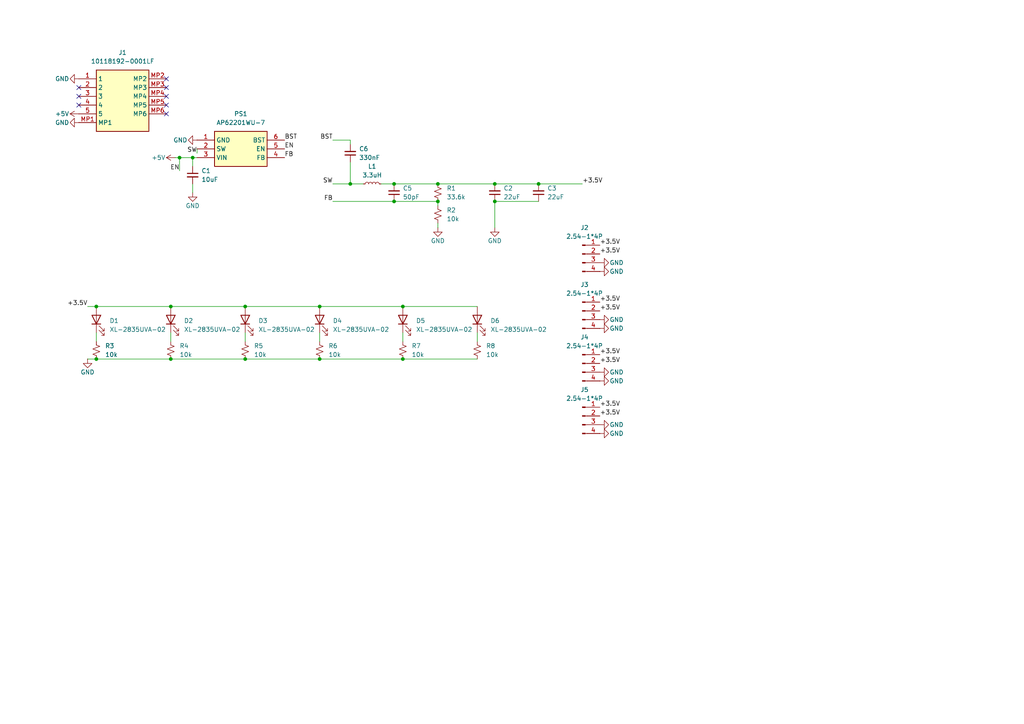
<source format=kicad_sch>
(kicad_sch (version 20231120) (generator "eeschema") (generator_version "8.0")
  (paper "A4")
  (title_block (title "uvcurelight Mainboard") (rev "0"))
  (lib_symbols
    (symbol "Connector:Conn_01x04_Pin" (pin_names (offset 1.016) hide)
      (property "Reference" "J" (at 0 5.08 0))
      (property "Value" "Conn_01x04_Pin" (at 0 -7.62 0))
      (symbol "Conn_01x04_Pin_1_1"
        (polyline (pts (xy 1.27 -5.08) (xy 0.8636 -5.08)) (stroke (width 0.1524)))
        (polyline (pts (xy 1.27 -2.54) (xy 0.8636 -2.54)) (stroke (width 0.1524)))
        (polyline (pts (xy 1.27 0) (xy 0.8636 0)) (stroke (width 0.1524)))
        (polyline (pts (xy 1.27 2.54) (xy 0.8636 2.54)) (stroke (width 0.1524)))
        (rectangle (start 0.8636 -4.953) (end 0 -5.207) (stroke (width 0.1524)) (fill (type outline)))
        (rectangle (start 0.8636 -2.413) (end 0 -2.667) (stroke (width 0.1524)) (fill (type outline)))
        (rectangle (start 0.8636 0.127) (end 0 -0.127) (stroke (width 0.1524)) (fill (type outline)))
        (rectangle (start 0.8636 2.667) (end 0 2.413) (stroke (width 0.1524)) (fill (type outline)))
        (pin passive line (at 5.08 2.54 180) (length 3.81) (name "Pin_1") (number "1"))
        (pin passive line (at 5.08 0 180) (length 3.81) (name "Pin_2") (number "2"))
        (pin passive line (at 5.08 -2.54 180) (length 3.81) (name "Pin_3") (number "3"))
        (pin passive line (at 5.08 -5.08 180) (length 3.81) (name "Pin_4") (number "4"))
      )
    )
    (symbol "Device:C_Small" (pin_numbers hide) (pin_names (offset 0.254) hide)
      (property "Reference" "C" (at 0.254 1.778 0))
      (property "Value" "C_Small" (at 0.254 -2.032 0))
      (symbol "C_Small_0_1"
        (polyline (pts (xy -1.524 -0.508) (xy 1.524 -0.508)) (stroke (width 0.3302)))
        (polyline (pts (xy -1.524 0.508) (xy 1.524 0.508)) (stroke (width 0.3048)))
      )
      (symbol "C_Small_1_1"
        (pin passive line (at 0 2.54 270) (length 2.032) (name "~") (number "1"))
        (pin passive line (at 0 -2.54 90) (length 2.032) (name "~") (number "2"))
      )
    )
    (symbol "Device:LED" (pin_numbers hide) (pin_names (offset 1.016) hide)
      (property "Reference" "D" (at 0 2.54 0))
      (property "Value" "LED" (at 0 -2.54 0))
      (symbol "LED_0_1"
        (polyline (pts (xy -1.27 -1.27) (xy -1.27 1.27)) (stroke (width 0.254)))
        (polyline (pts (xy -1.27 0) (xy 1.27 0)))
        (polyline (pts (xy 1.27 -1.27) (xy 1.27 1.27) (xy -1.27 0) (xy 1.27 -1.27)) (stroke (width 0.254)))
        (polyline (pts (xy -3.048 -0.762) (xy -4.572 -2.286) (xy -3.81 -2.286) (xy -4.572 -2.286) (xy -4.572 -1.524)))
        (polyline (pts (xy -1.778 -0.762) (xy -3.302 -2.286) (xy -2.54 -2.286) (xy -3.302 -2.286) (xy -3.302 -1.524)))
      )
      (symbol "LED_1_1"
        (pin passive line (at -3.81 0 0) (length 2.54) (name "K") (number "1"))
        (pin passive line (at 3.81 0 180) (length 2.54) (name "A") (number "2"))
      )
    )
    (symbol "Device:L_Small" (pin_numbers hide) (pin_names (offset 0.254) hide)
      (property "Reference" "L" (at 0.762 1.016 0))
      (property "Value" "L_Small" (at 0.762 -1.016 0))
      (symbol "L_Small_0_1"
        (arc (start 0 -2.032) (mid 0.5058 -1.524) (end 0 -1.016))
        (arc (start 0 -1.016) (mid 0.5058 -0.508) (end 0 0))
        (arc (start 0 0) (mid 0.5058 0.508) (end 0 1.016))
        (arc (start 0 1.016) (mid 0.5058 1.524) (end 0 2.032))
      )
      (symbol "L_Small_1_1"
        (pin passive line (at 0 2.54 270) (length 0.508) (name "~") (number "1"))
        (pin passive line (at 0 -2.54 90) (length 0.508) (name "~") (number "2"))
      )
    )
    (symbol "Device:R_Small_US" (pin_numbers hide) (pin_names (offset 0.254) hide)
      (property "Reference" "R" (at 0.762 0.508 0))
      (property "Value" "R_Small_US" (at 0.762 -1.016 0))
      (symbol "R_Small_US_1_1"
        (polyline (pts (xy 0 0) (xy 1.016 -0.381) (xy 0 -0.762) (xy -1.016 -1.143) (xy 0 -1.524)))
        (polyline (pts (xy 0 1.524) (xy 1.016 1.143) (xy 0 0.762) (xy -1.016 0.381) (xy 0 0)))
        (pin passive line (at 0 2.54 270) (length 1.016) (name "~") (number "1"))
        (pin passive line (at 0 -2.54 90) (length 1.016) (name "~") (number "2"))
      )
    )
    (symbol "lib:10118192-0001LF"
      (property "Reference" "J" (at 12.954 7.366 0))
      (property "Value" "10118192-0001LF" (at 12.954 4.826 0))
      (symbol "10118192-0001LF_1_1"
        (rectangle (start 5.08 2.54) (end 20.32 -15.24) (stroke (width 0.254)) (fill (type background)))
        (pin passive line (at 0 0 0) (length 5.08) (name "1") (number "1"))
        (pin passive line (at 0 -2.54 0) (length 5.08) (name "2") (number "2"))
        (pin passive line (at 0 -5.08 0) (length 5.08) (name "3") (number "3"))
        (pin passive line (at 0 -7.62 0) (length 5.08) (name "4") (number "4"))
        (pin passive line (at 0 -10.16 0) (length 5.08) (name "5") (number "5"))
        (pin passive line (at 0 -12.7 0) (length 5.08) (name "MP1") (number "MP1"))
        (pin passive line (at 25.4 0 180) (length 5.08) (name "MP2") (number "MP2"))
        (pin passive line (at 25.4 -2.54 180) (length 5.08) (name "MP3") (number "MP3"))
        (pin passive line (at 25.4 -5.08 180) (length 5.08) (name "MP4") (number "MP4"))
        (pin passive line (at 25.4 -7.62 180) (length 5.08) (name "MP5") (number "MP5"))
        (pin passive line (at 25.4 -10.16 180) (length 5.08) (name "MP6") (number "MP6"))
      )
    )
    (symbol "lib:AP62201WU-7"
      (property "Reference" "PS" (at 12.7 6.858 0))
      (property "Value" "AP62201WU-7" (at 12.954 4.572 0))
      (symbol "AP62201WU-7_1_1"
        (rectangle (start 5.08 2.54) (end 20.32 -7.62) (stroke (width 0.254)) (fill (type background)))
        (pin passive line (at 0 0 0) (length 5.08) (name "GND") (number "1"))
        (pin passive line (at 0 -2.54 0) (length 5.08) (name "SW") (number "2"))
        (pin passive line (at 0 -5.08 0) (length 5.08) (name "VIN") (number "3"))
        (pin passive line (at 25.4 -5.08 180) (length 5.08) (name "FB") (number "4"))
        (pin passive line (at 25.4 -2.54 180) (length 5.08) (name "EN") (number "5"))
        (pin passive line (at 25.4 0 180) (length 5.08) (name "BST") (number "6"))
      )
    )
    (symbol "power:+5V" (power) (pin_numbers hide) (pin_names (offset 0) hide)
      (property "Value" "+5V" (at 0 3.556 0))
      (symbol "+5V_0_1"
        (polyline (pts (xy -0.762 1.27) (xy 0 2.54)))
        (polyline (pts (xy 0 0) (xy 0 2.54)))
        (polyline (pts (xy 0 2.54) (xy 0.762 1.27)))
      )
      (symbol "+5V_1_1"
        (pin power_in line (at 0 0 90) (length 0) (name "~") (number "1"))
      )
    )
    (symbol "power:GND" (power) (pin_numbers hide) (pin_names (offset 0) hide)
      (property "Value" "GND" (at 0 -3.81 0))
      (symbol "GND_0_1"
        (polyline (pts (xy 0 0) (xy 0 -1.27) (xy 1.27 -1.27) (xy 0 -2.54) (xy -1.27 -1.27) (xy 0 -1.27)))
      )
      (symbol "GND_1_1"
        (pin power_in line (at 0 0 270) (length 0) (name "~") (number "1"))
      )
    )
  )
  (junction (at 114.3 58.42))
  (junction (at 127 58.42))
  (junction (at 71.12 104.14))
  (junction (at 27.94 104.14))
  (junction (at 49.53 88.9))
  (junction (at 92.71 88.9))
  (junction (at 143.51 53.34))
  (junction (at 92.71 104.14))
  (junction (at 156.21 53.34))
  (junction (at 27.94 88.9))
  (junction (at 114.3 53.34))
  (junction (at 52.07 45.72))
  (junction (at 116.84 88.9))
  (junction (at 71.12 88.9))
  (junction (at 116.84 104.14))
  (junction (at 127 53.34))
  (junction (at 55.88 45.72))
  (junction (at 101.6 53.34))
  (junction (at 143.51 58.42))
  (junction (at 49.53 104.14))
  (no_connect (at 48.26 25.4))
  (no_connect (at 22.86 25.4))
  (no_connect (at 48.26 22.86))
  (no_connect (at 48.26 27.94))
  (no_connect (at 48.26 30.48))
  (no_connect (at 48.26 33.02))
  (no_connect (at 22.86 27.94))
  (no_connect (at 22.86 30.48))
  (wire (pts (xy 71.12 88.9) (xy 92.71 88.9)))
  (wire (pts (xy 116.84 96.52) (xy 116.84 99.06)))
  (wire (pts (xy 143.51 66.04) (xy 143.51 58.42)))
  (wire (pts (xy 92.71 104.14) (xy 116.84 104.14)))
  (wire (pts (xy 52.07 45.72) (xy 52.07 49.53)))
  (wire (pts (xy 49.53 88.9) (xy 71.12 88.9)))
  (wire (pts (xy 143.51 53.34) (xy 156.21 53.34)))
  (wire (pts (xy 114.3 53.34) (xy 127 53.34)))
  (wire (pts (xy 127 66.04) (xy 127 64.77)))
  (wire (pts (xy 127 53.34) (xy 143.51 53.34)))
  (wire (pts (xy 96.52 53.34) (xy 101.6 53.34)))
  (wire (pts (xy 55.88 53.34) (xy 55.88 55.88)))
  (wire (pts (xy 96.52 40.64) (xy 101.6 40.64)))
  (wire (pts (xy 27.94 104.14) (xy 49.53 104.14)))
  (wire (pts (xy 116.84 104.14) (xy 138.43 104.14)))
  (wire (pts (xy 52.07 45.72) (xy 55.88 45.72)))
  (wire (pts (xy 92.71 96.52) (xy 92.71 99.06)))
  (wire (pts (xy 110.49 53.34) (xy 114.3 53.34)))
  (wire (pts (xy 49.53 104.14) (xy 71.12 104.14)))
  (wire (pts (xy 143.51 58.42) (xy 156.21 58.42)))
  (wire (pts (xy 114.3 58.42) (xy 127 58.42)))
  (wire (pts (xy 138.43 96.52) (xy 138.43 99.06)))
  (wire (pts (xy 25.4 104.14) (xy 27.94 104.14)))
  (wire (pts (xy 96.52 58.42) (xy 114.3 58.42)))
  (wire (pts (xy 156.21 53.34) (xy 168.91 53.34)))
  (wire (pts (xy 27.94 96.52) (xy 27.94 99.06)))
  (wire (pts (xy 49.53 96.52) (xy 49.53 99.06)))
  (wire (pts (xy 25.4 88.9) (xy 27.94 88.9)))
  (wire (pts (xy 55.88 45.72) (xy 55.88 48.26)))
  (wire (pts (xy 55.88 45.72) (xy 57.15 45.72)))
  (wire (pts (xy 57.15 44.45) (xy 57.15 43.18)))
  (wire (pts (xy 127 58.42) (xy 127 59.69)))
  (wire (pts (xy 101.6 53.34) (xy 105.41 53.34)))
  (wire (pts (xy 71.12 104.14) (xy 92.71 104.14)))
  (wire (pts (xy 71.12 96.52) (xy 71.12 99.06)))
  (wire (pts (xy 116.84 88.9) (xy 138.43 88.9)))
  (wire (pts (xy 50.8 45.72) (xy 52.07 45.72)))
  (wire (pts (xy 101.6 46.99) (xy 101.6 53.34)))
  (wire (pts (xy 27.94 88.9) (xy 49.53 88.9)))
  (wire (pts (xy 92.71 88.9) (xy 116.84 88.9)))
  (wire (pts (xy 101.6 40.64) (xy 101.6 41.91)))
  (label "+3.5V" (at 25.4 88.9 180))
  (label "EN" (at 52.07 49.53 180))
  (label "+3.5V" (at 173.99 105.41 0))
  (label "+3.5V" (at 173.99 90.17 0))
  (label "+3.5V" (at 173.99 102.87 0))
  (label "+3.5V" (at 168.91 53.34 0))
  (label "FB" (at 96.52 58.42 180))
  (label "BST" (at 82.55 40.64 0))
  (label "+3.5V" (at 173.99 118.11 0))
  (label "EN" (at 82.55 43.18 0))
  (label "+3.5V" (at 173.99 71.12 0))
  (label "FB" (at 82.55 45.72 0))
  (label "SW" (at 96.52 53.34 180))
  (label "+3.5V" (at 173.99 120.65 0))
  (label "SW" (at 57.15 44.45 180))
  (label "+3.5V" (at 173.99 73.66 0))
  (label "BST" (at 96.52 40.64 180))
  (label "+3.5V" (at 173.99 87.63 0))
  (symbol (lib_id "power:GND") (at 173.99 92.71 90) (unit 1)
    (property "Reference" "#PWR02" (effects (hide yes)))
    (property "Value" "GND" (at 176.784 92.71 90) (effects (justify right)))
    (property "Description" "Power symbol creates a global label with name \"GND\" , ground" (effects (hide yes)))
  )
  (symbol (lib_id "power:GND") (at 57.15 40.64 270) (unit 1)
    (property "Reference" "#PWR01" (effects (hide yes)))
    (property "Value" "GND" (at 54.356 40.64 90) (effects (justify right)))
    (property "Description" "Power symbol creates a global label with name \"GND\" , ground" (effects (hide yes)))
  )
  (symbol (lib_id "power:+5V") (at 50.8 45.72 90) (unit 1)
    (property "Reference" "#PWR04" (effects (hide yes)))
    (property "Value" "+5V" (at 48.006 45.72 90) (effects (justify left)))
    (property "Description" "Power symbol creates a global label with name \"+5V\"" (effects (hide yes)))
  )
  (symbol (lib_id "power:GND") (at 143.51 66.04 0) (unit 1)
    (property "Reference" "#PWR07" (effects (hide yes)))
    (property "Value" "GND" (at 145.542 69.85 0) (effects (justify right)))
    (property "Description" "Power symbol creates a global label with name \"GND\" , ground" (effects (hide yes)))
  )
  (symbol (lib_id "Device:R_Small_US") (at 116.84 101.6 0) (unit 1)
    (property "Reference" "R7" (at 119.38 100.3299 0) (effects (justify left)))
    (property "Value" "10k" (at 119.38 102.8699 0) (effects (justify left)))
    (property "Footprint" "Resistor_SMD:R_0603_1608Metric" (effects (hide yes)))
    (property "Description" "Resistor, small US symbol" (effects (hide yes)))
  )
  (symbol (lib_id "lib:AP62201WU-7") (at 57.15 40.64 0) (unit 1)
    (property "Reference" "PS1" (at 69.85 33.02 0))
    (property "Value" "AP62201WU-7" (at 69.85 35.56 0))
    (property "Footprint" "lib:SOT95P280X100-6N" (effects (hide yes)))
    (property "Datasheet" "https://www.diodes.com//assets/Datasheets/AP62200_AP62201_AP62200T.pdf" (effects (hide yes)))
    (property "Description" "Switching Voltage Regulators DCDC Conv HV Buck TSOT26(STD) T&R 3K" (effects (hide yes)))
    (property "Height" "1" (effects (hide yes)))
    (property "Mouser Part Number" "621-AP62201WU-7" (effects (hide yes)))
    (property "Mouser Price/Stock" "https://www.mouser.co.uk/ProductDetail/Diodes-Incorporated/AP62201WU-7?qs=yqaQSyyJnNgmmr1hWGUqfg%3D%3D" (effects (hide yes)))
    (property "Manufacturer_Name" "Diodes Incorporated" (effects (hide yes)))
    (property "Manufacturer_Part_Number" "AP62201WU-7" (effects (hide yes)))
  )
  (symbol (lib_id "power:GND") (at 22.86 22.86 270) (unit 1)
    (property "Reference" "#PWR010" (effects (hide yes)))
    (property "Value" "GND" (at 20.066 22.86 90) (effects (justify right)))
    (property "Description" "Power symbol creates a global label with name \"GND\" , ground" (effects (hide yes)))
  )
  (symbol (lib_id "Device:LED") (at 92.71 92.71 90) (unit 1)
    (property "Reference" "D4" (at 96.52 93.0274 90) (effects (justify right)))
    (property "Value" "XL-2835UVA-02" (at 96.52 95.5674 90) (effects (justify right)))
    (property "Footprint" "LED_SMD:LED_PLCC_2835" (effects (hide yes)))
    (property "Description" "Light emitting diode" (effects (hide yes)))
  )
  (symbol (lib_id "Device:C_Small") (at 55.88 50.8 0) (unit 1)
    (property "Reference" "C1" (at 58.42 49.5362 0) (effects (justify left)))
    (property "Value" "10uF" (at 58.42 52.0762 0) (effects (justify left)))
    (property "Footprint" "Capacitor_SMD:C_0805_2012Metric" (effects (hide yes)))
    (property "Description" "Unpolarized capacitor, small symbol" (effects (hide yes)))
  )
  (symbol (lib_id "power:GND") (at 127 66.04 0) (unit 1)
    (property "Reference" "#PWR06" (effects (hide yes)))
    (property "Value" "GND" (at 129.032 69.85 0) (effects (justify right)))
    (property "Description" "Power symbol creates a global label with name \"GND\" , ground" (effects (hide yes)))
  )
  (symbol (lib_id "power:GND") (at 173.99 123.19 90) (unit 1)
    (property "Reference" "#PWR015" (effects (hide yes)))
    (property "Value" "GND" (at 176.784 123.19 90) (effects (justify right)))
    (property "Description" "Power symbol creates a global label with name \"GND\" , ground" (effects (hide yes)))
  )
  (symbol (lib_id "lib:10118192-0001LF") (at 22.86 22.86 0) (unit 1)
    (property "Reference" "J1" (at 35.56 15.24 0))
    (property "Value" "10118192-0001LF" (at 35.56 17.78 0))
    (property "Footprint" "101181920001LF" (effects (hide yes)))
    (property "Datasheet" "https://cdn.amphenol-cs.com/media/wysiwyg/files/drawing/10118192.pdf" (effects (hide yes)))
    (property "Description" "Micro USB, Input Output Connectors, B TYPE RECEPTACLE with flange" (effects (hide yes)))
    (property "Height" "3.05" (effects (hide yes)))
    (property "Manufacturer_Name" "Amphenol Communications Solutions" (effects (hide yes)))
    (property "Manufacturer_Part_Number" "10118192-0001LF" (effects (hide yes)))
  )
  (symbol (lib_id "Connector:Conn_01x04_Pin") (at 168.91 90.17 0) (unit 1)
    (property "Reference" "J3" (at 169.545 82.55 0))
    (property "Value" "2.54-1*4P" (at 169.545 85.09 0))
    (property "Footprint" "Connector_PinHeader_2.54mm:PinHeader_1x04_P2.54mm_Vertical" (effects (hide yes)))
    (property "Description" "Generic connector, single row, 01x04, script generated" (effects (hide yes)))
  )
  (symbol (lib_id "Device:LED") (at 71.12 92.71 90) (unit 1)
    (property "Reference" "D3" (at 74.93 93.0274 90) (effects (justify right)))
    (property "Value" "XL-2835UVA-02" (at 74.93 95.5674 90) (effects (justify right)))
    (property "Footprint" "LED_SMD:LED_PLCC_2835" (effects (hide yes)))
    (property "Description" "Light emitting diode" (effects (hide yes)))
  )
  (symbol (lib_id "Connector:Conn_01x04_Pin") (at 168.91 105.41 0) (unit 1)
    (property "Reference" "J4" (at 169.545 97.79 0))
    (property "Value" "2.54-1*4P" (at 169.545 100.33 0))
    (property "Footprint" "Connector_PinHeader_2.54mm:PinHeader_1x04_P2.54mm_Vertical" (effects (hide yes)))
    (property "Description" "Generic connector, single row, 01x04, script generated" (effects (hide yes)))
  )
  (symbol (lib_id "Connector:Conn_01x04_Pin") (at 168.91 120.65 0) (unit 1)
    (property "Reference" "J5" (at 169.545 113.03 0))
    (property "Value" "2.54-1*4P" (at 169.545 115.57 0))
    (property "Footprint" "Connector_PinHeader_2.54mm:PinHeader_1x04_P2.54mm_Vertical" (effects (hide yes)))
    (property "Description" "Generic connector, single row, 01x04, script generated" (effects (hide yes)))
  )
  (symbol (lib_id "power:GND") (at 173.99 76.2 90) (unit 1)
    (property "Reference" "#PWR08" (effects (hide yes)))
    (property "Value" "GND" (at 176.784 76.2 90) (effects (justify right)))
    (property "Description" "Power symbol creates a global label with name \"GND\" , ground" (effects (hide yes)))
  )
  (symbol (lib_id "Connector:Conn_01x04_Pin") (at 168.91 73.66 0) (unit 1)
    (property "Reference" "J2" (at 169.545 66.04 0))
    (property "Value" "2.54-1*4P" (at 169.545 68.58 0))
    (property "Footprint" "Connector_PinHeader_2.54mm:PinHeader_1x04_P2.54mm_Vertical" (effects (hide yes)))
    (property "Description" "Generic connector, single row, 01x04, script generated" (effects (hide yes)))
  )
  (symbol (lib_id "Device:LED") (at 138.43 92.71 90) (unit 1)
    (property "Reference" "D6" (at 142.24 93.0274 90) (effects (justify right)))
    (property "Value" "XL-2835UVA-02" (at 142.24 95.5674 90) (effects (justify right)))
    (property "Footprint" "LED_SMD:LED_PLCC_2835" (effects (hide yes)))
    (property "Description" "Light emitting diode" (effects (hide yes)))
  )
  (symbol (lib_id "Device:LED") (at 27.94 92.71 90) (unit 1)
    (property "Reference" "D1" (at 31.75 93.0274 90) (effects (justify right)))
    (property "Value" "XL-2835UVA-02" (at 31.75 95.5674 90) (effects (justify right)))
    (property "Footprint" "LED_SMD:LED_PLCC_2835" (effects (hide yes)))
    (property "Description" "Light emitting diode" (effects (hide yes)))
  )
  (symbol (lib_id "power:GND") (at 173.99 107.95 90) (unit 1)
    (property "Reference" "#PWR013" (effects (hide yes)))
    (property "Value" "GND" (at 176.784 107.95 90) (effects (justify right)))
    (property "Description" "Power symbol creates a global label with name \"GND\" , ground" (effects (hide yes)))
  )
  (symbol (lib_id "Device:L_Small") (at 107.95 53.34 90) (unit 1)
    (property "Reference" "L1" (at 107.95 48.26 90))
    (property "Value" "3.3uH" (at 107.95 50.8 90))
    (property "Footprint" "Inductor_SMD:L_Sunlord_SWPA4030S" (effects (hide yes)))
    (property "Description" "Inductor, small symbol" (effects (hide yes)))
  )
  (symbol (lib_id "Device:R_Small_US") (at 138.43 101.6 0) (unit 1)
    (property "Reference" "R8" (at 140.97 100.3299 0) (effects (justify left)))
    (property "Value" "10k" (at 140.97 102.8699 0) (effects (justify left)))
    (property "Footprint" "Resistor_SMD:R_0603_1608Metric" (effects (hide yes)))
    (property "Description" "Resistor, small US symbol" (effects (hide yes)))
  )
  (symbol (lib_id "power:GND") (at 25.4 104.14 0) (unit 1)
    (property "Reference" "#PWR017" (effects (hide yes)))
    (property "Value" "GND" (at 27.432 107.95 0) (effects (justify right)))
    (property "Description" "Power symbol creates a global label with name \"GND\" , ground" (effects (hide yes)))
  )
  (symbol (lib_id "Device:R_Small_US") (at 127 62.23 0) (unit 1)
    (property "Reference" "R2" (at 129.54 60.9599 0) (effects (justify left)))
    (property "Value" "10k" (at 129.54 63.4999 0) (effects (justify left)))
    (property "Footprint" "Resistor_SMD:R_0603_1608Metric" (effects (hide yes)))
    (property "Description" "Resistor, small US symbol" (effects (hide yes)))
  )
  (symbol (lib_id "Device:R_Small_US") (at 92.71 101.6 0) (unit 1)
    (property "Reference" "R6" (at 95.25 100.3299 0) (effects (justify left)))
    (property "Value" "10k" (at 95.25 102.8699 0) (effects (justify left)))
    (property "Footprint" "Resistor_SMD:R_0603_1608Metric" (effects (hide yes)))
    (property "Description" "Resistor, small US symbol" (effects (hide yes)))
  )
  (symbol (lib_id "power:GND") (at 22.86 35.56 270) (unit 1)
    (property "Reference" "#PWR012" (effects (hide yes)))
    (property "Value" "GND" (at 20.066 35.56 90) (effects (justify right)))
    (property "Description" "Power symbol creates a global label with name \"GND\" , ground" (effects (hide yes)))
  )
  (symbol (lib_id "Device:C_Small") (at 156.21 55.88 180) (unit 1)
    (property "Reference" "C3" (at 158.75 54.6035 0) (effects (justify right)))
    (property "Value" "22uF" (at 158.75 57.1435 0) (effects (justify right)))
    (property "Footprint" "Capacitor_SMD:C_0603_1608Metric" (effects (hide yes)))
    (property "Description" "Unpolarized capacitor, small symbol" (effects (hide yes)))
  )
  (symbol (lib_id "Device:R_Small_US") (at 49.53 101.6 0) (unit 1)
    (property "Reference" "R4" (at 52.07 100.3299 0) (effects (justify left)))
    (property "Value" "10k" (at 52.07 102.8699 0) (effects (justify left)))
    (property "Footprint" "Resistor_SMD:R_0603_1608Metric" (effects (hide yes)))
    (property "Description" "Resistor, small US symbol" (effects (hide yes)))
  )
  (symbol (lib_id "power:GND") (at 55.88 55.88 0) (unit 1)
    (property "Reference" "#PWR05" (effects (hide yes)))
    (property "Value" "GND" (at 57.912 59.69 0) (effects (justify right)))
    (property "Description" "Power symbol creates a global label with name \"GND\" , ground" (effects (hide yes)))
  )
  (symbol (lib_id "power:GND") (at 173.99 110.49 90) (unit 1)
    (property "Reference" "#PWR014" (effects (hide yes)))
    (property "Value" "GND" (at 176.784 110.49 90) (effects (justify right)))
    (property "Description" "Power symbol creates a global label with name \"GND\" , ground" (effects (hide yes)))
  )
  (symbol (lib_id "power:GND") (at 173.99 78.74 90) (unit 1)
    (property "Reference" "#PWR09" (effects (hide yes)))
    (property "Value" "GND" (at 176.784 78.74 90) (effects (justify right)))
    (property "Description" "Power symbol creates a global label with name \"GND\" , ground" (effects (hide yes)))
  )
  (symbol (lib_id "Device:LED") (at 49.53 92.71 90) (unit 1)
    (property "Reference" "D2" (at 53.34 93.0274 90) (effects (justify right)))
    (property "Value" "XL-2835UVA-02" (at 53.34 95.5674 90) (effects (justify right)))
    (property "Footprint" "LED_SMD:LED_PLCC_2835" (effects (hide yes)))
    (property "Description" "Light emitting diode" (effects (hide yes)))
  )
  (symbol (lib_id "power:GND") (at 173.99 95.25 90) (unit 1)
    (property "Reference" "#PWR03" (effects (hide yes)))
    (property "Value" "GND" (at 176.784 95.25 90) (effects (justify right)))
    (property "Description" "Power symbol creates a global label with name \"GND\" , ground" (effects (hide yes)))
  )
  (symbol (lib_id "power:+5V") (at 22.86 33.02 90) (unit 1)
    (property "Reference" "#PWR011" (effects (hide yes)))
    (property "Value" "+5V" (at 20.066 33.02 90) (effects (justify left)))
    (property "Description" "Power symbol creates a global label with name \"+5V\"" (effects (hide yes)))
  )
  (symbol (lib_id "Device:R_Small_US") (at 27.94 101.6 0) (unit 1)
    (property "Reference" "R3" (at 30.48 100.3299 0) (effects (justify left)))
    (property "Value" "10k" (at 30.48 102.8699 0) (effects (justify left)))
    (property "Footprint" "Resistor_SMD:R_0603_1608Metric" (effects (hide yes)))
    (property "Description" "Resistor, small US symbol" (effects (hide yes)))
  )
  (symbol (lib_id "Device:R_Small_US") (at 127 55.88 0) (unit 1)
    (property "Reference" "R1" (at 129.54 54.6099 0) (effects (justify left)))
    (property "Value" "33.6k" (at 129.54 57.1499 0) (effects (justify left)))
    (property "Footprint" "Resistor_SMD:R_0805_2012Metric" (effects (hide yes)))
    (property "Description" "Resistor, small US symbol" (effects (hide yes)))
  )
  (symbol (lib_id "power:GND") (at 173.99 125.73 90) (unit 1)
    (property "Reference" "#PWR016" (effects (hide yes)))
    (property "Value" "GND" (at 176.784 125.73 90) (effects (justify right)))
    (property "Description" "Power symbol creates a global label with name \"GND\" , ground" (effects (hide yes)))
  )
  (symbol (lib_id "Device:LED") (at 116.84 92.71 90) (unit 1)
    (property "Reference" "D5" (at 120.65 93.0274 90) (effects (justify right)))
    (property "Value" "XL-2835UVA-02" (at 120.65 95.5674 90) (effects (justify right)))
    (property "Footprint" "LED_SMD:LED_PLCC_2835" (effects (hide yes)))
    (property "Description" "Light emitting diode" (effects (hide yes)))
  )
  (symbol (lib_id "Device:C_Small") (at 101.6 44.45 180) (unit 1)
    (property "Reference" "C6" (at 104.14 43.1735 0) (effects (justify right)))
    (property "Value" "330nF" (at 104.14 45.7135 0) (effects (justify right)))
    (property "Footprint" "Capacitor_SMD:C_0603_1608Metric" (effects (hide yes)))
    (property "Description" "Unpolarized capacitor, small symbol" (effects (hide yes)))
  )
  (symbol (lib_id "Device:R_Small_US") (at 71.12 101.6 0) (unit 1)
    (property "Reference" "R5" (at 73.66 100.3299 0) (effects (justify left)))
    (property "Value" "10k" (at 73.66 102.8699 0) (effects (justify left)))
    (property "Footprint" "Resistor_SMD:R_0603_1608Metric" (effects (hide yes)))
    (property "Description" "Resistor, small US symbol" (effects (hide yes)))
  )
  (symbol (lib_id "Device:C_Small") (at 143.51 55.88 180) (unit 1)
    (property "Reference" "C2" (at 146.05 54.6035 0) (effects (justify right)))
    (property "Value" "22uF" (at 146.05 57.1435 0) (effects (justify right)))
    (property "Footprint" "Capacitor_SMD:C_0603_1608Metric" (effects (hide yes)))
    (property "Description" "Unpolarized capacitor, small symbol" (effects (hide yes)))
  )
  (symbol (lib_id "Device:C_Small") (at 114.3 55.88 180) (unit 1)
    (property "Reference" "C5" (at 116.84 54.6035 0) (effects (justify right)))
    (property "Value" "50pF" (at 116.84 57.1435 0) (effects (justify right)))
    (property "Footprint" "Capacitor_SMD:C_0603_1608Metric" (effects (hide yes)))
    (property "Description" "Unpolarized capacitor, small symbol" (effects (hide yes)))
  )
)
</source>
